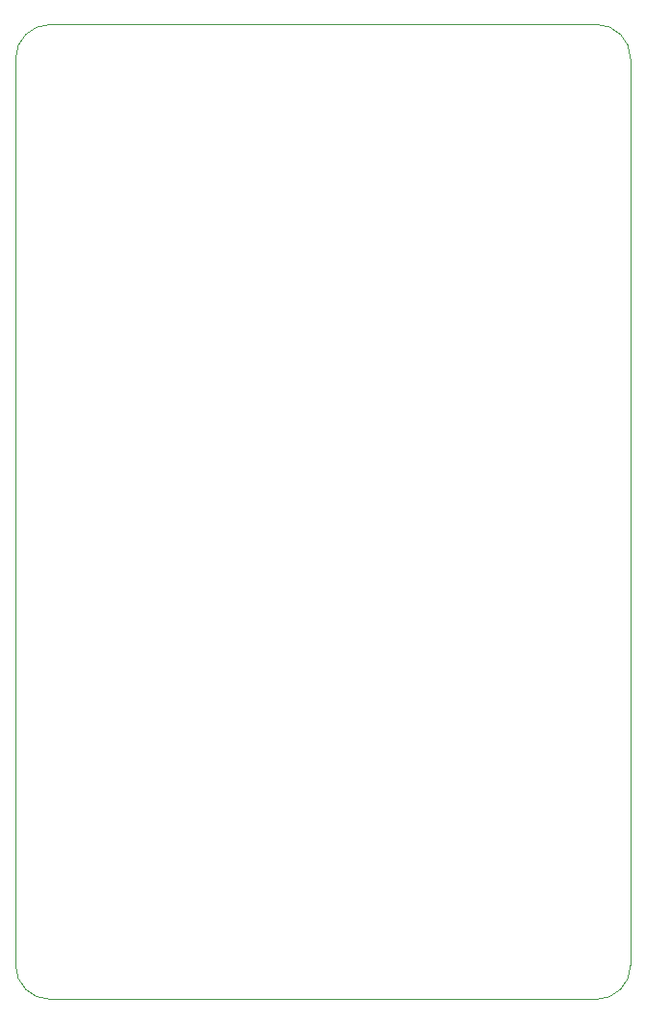
<source format=gbr>
G04 #@! TF.GenerationSoftware,KiCad,Pcbnew,5.1.9*
G04 #@! TF.CreationDate,2021-01-31T09:53:20+01:00*
G04 #@! TF.ProjectId,blueled,626c7565-6c65-4642-9e6b-696361645f70,rev?*
G04 #@! TF.SameCoordinates,Original*
G04 #@! TF.FileFunction,Profile,NP*
%FSLAX46Y46*%
G04 Gerber Fmt 4.6, Leading zero omitted, Abs format (unit mm)*
G04 Created by KiCad (PCBNEW 5.1.9) date 2021-01-31 09:53:20*
%MOMM*%
%LPD*%
G01*
G04 APERTURE LIST*
G04 #@! TA.AperFunction,Profile*
%ADD10C,0.050000*%
G04 #@! TD*
G04 APERTURE END LIST*
D10*
X123000000Y-148600000D02*
G75*
G02*
X120000000Y-145600000I0J3000000D01*
G01*
X174000000Y-145600000D02*
G75*
G02*
X171000000Y-148600000I-3000000J0D01*
G01*
X171000000Y-63000000D02*
G75*
G02*
X174000000Y-66000000I0J-3000000D01*
G01*
X120000000Y-66000000D02*
G75*
G02*
X123000000Y-63000000I3000000J0D01*
G01*
X174000000Y-66000000D02*
X174000000Y-145600000D01*
X123000000Y-148600000D02*
X171000000Y-148600000D01*
X120000000Y-66000000D02*
X120000000Y-145600000D01*
X123000000Y-63000000D02*
X171000000Y-63000000D01*
M02*

</source>
